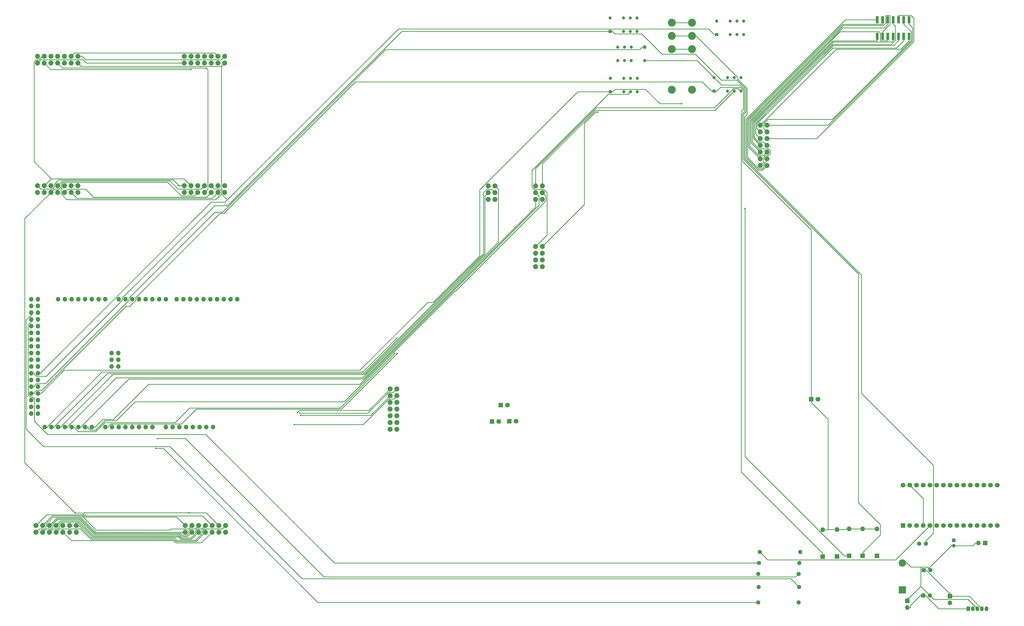
<source format=gbr>
G04 #@! TF.FileFunction,Copper,L1,Top,Signal*
%FSLAX46Y46*%
G04 Gerber Fmt 4.6, Leading zero omitted, Abs format (unit mm)*
G04 Created by KiCad (PCBNEW 4.0.6) date 02/21/20 12:53:56*
%MOMM*%
%LPD*%
G01*
G04 APERTURE LIST*
%ADD10C,0.100000*%
%ADD11C,1.879600*%
%ADD12R,1.600000X1.600000*%
%ADD13C,1.600000*%
%ADD14R,1.800000X1.800000*%
%ADD15C,1.800000*%
%ADD16O,1.800000X1.800000*%
%ADD17R,2.800000X2.800000*%
%ADD18O,2.800000X2.800000*%
%ADD19R,1.200000X1.200000*%
%ADD20C,1.200000*%
%ADD21O,1.727200X1.727200*%
%ADD22R,1.700000X1.700000*%
%ADD23O,1.700000X1.700000*%
%ADD24R,1.350000X1.350000*%
%ADD25O,1.350000X1.350000*%
%ADD26C,3.000000*%
%ADD27R,1.350000X1.800000*%
%ADD28O,1.350000X1.800000*%
%ADD29O,1.600000X1.600000*%
%ADD30R,1.000000X2.750000*%
%ADD31C,0.600000*%
%ADD32C,0.250000*%
G04 APERTURE END LIST*
D10*
D11*
X133400000Y-102400000D03*
X133400000Y-104940000D03*
X135940000Y-102400000D03*
X135940000Y-104940000D03*
X138480000Y-102400000D03*
X138480000Y-104940000D03*
X141020000Y-102400000D03*
X141020000Y-104940000D03*
X143560000Y-102400000D03*
X143560000Y-104940000D03*
X146100000Y-102400000D03*
X146100000Y-104940000D03*
X148640000Y-102400000D03*
X148640000Y-104940000D03*
X188800000Y-102400000D03*
X188800000Y-104940000D03*
X191340000Y-102400000D03*
X191340000Y-104940000D03*
X193880000Y-102400000D03*
X193880000Y-104940000D03*
X196420000Y-102400000D03*
X196420000Y-104940000D03*
X198960000Y-102400000D03*
X198960000Y-104940000D03*
X201500000Y-102400000D03*
X201500000Y-104940000D03*
X204040000Y-102400000D03*
X204040000Y-104940000D03*
X188800000Y-151200000D03*
X188800000Y-153740000D03*
X191340000Y-151200000D03*
X191340000Y-153740000D03*
X193880000Y-151200000D03*
X193880000Y-153740000D03*
X196420000Y-151200000D03*
X196420000Y-153740000D03*
X198960000Y-151200000D03*
X198960000Y-153740000D03*
X201500000Y-151200000D03*
X201500000Y-153740000D03*
X204040000Y-151200000D03*
X204040000Y-153740000D03*
X133400000Y-151200000D03*
X133400000Y-153740000D03*
X135940000Y-151200000D03*
X135940000Y-153740000D03*
X138480000Y-151200000D03*
X138480000Y-153740000D03*
X141020000Y-151200000D03*
X141020000Y-153740000D03*
X143560000Y-151200000D03*
X143560000Y-153740000D03*
X146100000Y-151200000D03*
X146100000Y-153740000D03*
X148640000Y-151200000D03*
X148640000Y-153740000D03*
X148100000Y-282000000D03*
X148100000Y-279460000D03*
X145560000Y-282000000D03*
X145560000Y-279460000D03*
X143020000Y-282000000D03*
X143020000Y-279460000D03*
X140480000Y-282000000D03*
X140480000Y-279460000D03*
X137940000Y-282000000D03*
X137940000Y-279460000D03*
X135400000Y-282000000D03*
X135400000Y-279460000D03*
X132860000Y-282000000D03*
X132860000Y-279460000D03*
X204343000Y-282000000D03*
X204343000Y-279460000D03*
X201803000Y-282000000D03*
X201803000Y-279460000D03*
X199263000Y-282000000D03*
X199263000Y-279460000D03*
X196723000Y-282000000D03*
X196723000Y-279460000D03*
X194183000Y-282000000D03*
X194183000Y-279460000D03*
X191643000Y-282000000D03*
X191643000Y-279460000D03*
X189103000Y-282000000D03*
X189103000Y-279460000D03*
X269000000Y-243200000D03*
X266460000Y-243200000D03*
X269000000Y-240660000D03*
X266460000Y-240660000D03*
X269000000Y-238120000D03*
X266460000Y-238120000D03*
X269000000Y-235580000D03*
X266460000Y-235580000D03*
X269000000Y-233040000D03*
X266460000Y-233040000D03*
X269000000Y-230500000D03*
X266460000Y-230500000D03*
X269000000Y-227960000D03*
X266460000Y-227960000D03*
X408600000Y-143600000D03*
X406060000Y-143600000D03*
X408600000Y-141060000D03*
X406060000Y-141060000D03*
X408600000Y-138520000D03*
X406060000Y-138520000D03*
X408600000Y-135980000D03*
X406060000Y-135980000D03*
X408600000Y-133440000D03*
X406060000Y-133440000D03*
X408600000Y-130900000D03*
X406060000Y-130900000D03*
X408600000Y-128360000D03*
X406060000Y-128360000D03*
X323800000Y-156400000D03*
X321260000Y-156400000D03*
X323800000Y-153860000D03*
X321260000Y-153860000D03*
X323800000Y-151320000D03*
X321260000Y-151320000D03*
X306000000Y-156400000D03*
X303460000Y-156400000D03*
X306000000Y-153860000D03*
X303460000Y-153860000D03*
X306000000Y-151320000D03*
X303460000Y-151320000D03*
X323800000Y-181800000D03*
X321260000Y-181800000D03*
X323800000Y-179260000D03*
X321260000Y-179260000D03*
X323800000Y-176720000D03*
X321260000Y-176720000D03*
X323800000Y-174180000D03*
X321260000Y-174180000D03*
D12*
X467538000Y-305918000D03*
D13*
X470038000Y-305918000D03*
D12*
X467716000Y-296316000D03*
D13*
X470216000Y-296316000D03*
D14*
X311404000Y-240132000D03*
D15*
X313944000Y-240132000D03*
D14*
X429616000Y-291236000D03*
D16*
X429616000Y-281076000D03*
D14*
X434975000Y-291186000D03*
D16*
X434975000Y-281026000D03*
D14*
X450113000Y-290957000D03*
D16*
X450113000Y-280797000D03*
D14*
X444627000Y-290957000D03*
D16*
X444627000Y-280797000D03*
D14*
X425298000Y-231800000D03*
D15*
X427838000Y-231800000D03*
D17*
X459613000Y-303809000D03*
D18*
X459613000Y-293649000D03*
D14*
X439598000Y-290957000D03*
D16*
X439598000Y-280797000D03*
D14*
X308153000Y-234061000D03*
D15*
X310693000Y-234061000D03*
D14*
X304902000Y-240208000D03*
D15*
X307442000Y-240208000D03*
D19*
X388622000Y-115519000D03*
D20*
X388622000Y-110439000D03*
X393702000Y-115519000D03*
X398782000Y-110439000D03*
X396242000Y-115519000D03*
X398782000Y-115519000D03*
X393702000Y-110439000D03*
X396242000Y-110439000D03*
D19*
X349455000Y-115748000D03*
D20*
X349455000Y-110668000D03*
X354535000Y-115748000D03*
X359615000Y-110668000D03*
X357075000Y-115748000D03*
X359615000Y-115748000D03*
X354535000Y-110668000D03*
X357075000Y-110668000D03*
D19*
X362431000Y-98882000D03*
D20*
X362431000Y-103962000D03*
X357351000Y-98882000D03*
X352271000Y-103962000D03*
X354811000Y-98882000D03*
X352271000Y-98882000D03*
X357351000Y-103962000D03*
X354811000Y-103962000D03*
D19*
X349404000Y-92964000D03*
D20*
X349404000Y-87884000D03*
X354484000Y-92964000D03*
X359564000Y-87884000D03*
X357024000Y-92964000D03*
X359564000Y-92964000D03*
X354484000Y-87884000D03*
X357024000Y-87884000D03*
D19*
X389638000Y-94183200D03*
D20*
X389638000Y-89103200D03*
X394718000Y-94183200D03*
X399798000Y-89103200D03*
X397258000Y-94183200D03*
X399798000Y-94183200D03*
X394718000Y-89103200D03*
X397258000Y-89103200D03*
D21*
X163932000Y-219456000D03*
X161392000Y-219456000D03*
X161392000Y-216916000D03*
X163932000Y-216916000D03*
X161392000Y-214376000D03*
X176759000Y-242316000D03*
X181839000Y-242316000D03*
X184379000Y-242316000D03*
X186919000Y-242316000D03*
X189459000Y-242316000D03*
X191999000Y-242316000D03*
X194539000Y-242316000D03*
X197079000Y-242316000D03*
X141199000Y-194056000D03*
X143739000Y-194056000D03*
X146279000Y-194056000D03*
X148819000Y-194056000D03*
X151359000Y-194056000D03*
X153899000Y-194056000D03*
X156439000Y-194056000D03*
X158979000Y-194056000D03*
X164059000Y-194056000D03*
X166599000Y-194056000D03*
X169139000Y-194056000D03*
X171679000Y-194056000D03*
X174219000Y-194056000D03*
X176759000Y-194056000D03*
X179299000Y-194056000D03*
X181839000Y-194056000D03*
X201143000Y-194056000D03*
X185903000Y-194056000D03*
X188443000Y-194056000D03*
X190983000Y-194056000D03*
X208763000Y-194056000D03*
X206223000Y-194056000D03*
X203683000Y-194056000D03*
X198603000Y-194056000D03*
X196063000Y-194056000D03*
X193523000Y-194056000D03*
X199619000Y-242316000D03*
X174219000Y-242316000D03*
X171679000Y-242316000D03*
X169139000Y-242316000D03*
X166599000Y-242316000D03*
X164059000Y-242316000D03*
X161519000Y-242316000D03*
X158979000Y-242316000D03*
X153899000Y-242316000D03*
X151359000Y-242316000D03*
X148819000Y-242316000D03*
X146279000Y-242316000D03*
X143739000Y-242316000D03*
X141199000Y-242316000D03*
X138659000Y-242316000D03*
X136119000Y-242316000D03*
X133579000Y-194056000D03*
X131039000Y-194056000D03*
X133579000Y-196596000D03*
X131039000Y-196596000D03*
X133579000Y-199136000D03*
X131039000Y-199136000D03*
X133579000Y-201676000D03*
X131039000Y-201676000D03*
X133579000Y-204216000D03*
X131039000Y-204216000D03*
X133579000Y-206756000D03*
X131039000Y-206756000D03*
X133579000Y-209296000D03*
X131039000Y-209296000D03*
X133579000Y-211836000D03*
X131039000Y-211836000D03*
X133579000Y-214376000D03*
X131039000Y-214376000D03*
X133579000Y-216916000D03*
X131039000Y-216916000D03*
X133579000Y-219456000D03*
X131039000Y-219456000D03*
X133579000Y-221996000D03*
X131039000Y-221996000D03*
X133579000Y-224536000D03*
X131039000Y-224536000D03*
X133579000Y-227076000D03*
X131039000Y-227076000D03*
X133579000Y-229616000D03*
X131039000Y-229616000D03*
X133579000Y-232156000D03*
X131039000Y-232156000D03*
X133579000Y-234696000D03*
X131039000Y-234696000D03*
X133579000Y-237236000D03*
X131039000Y-237236000D03*
X163932000Y-214376000D03*
D22*
X477596000Y-306172000D03*
D23*
X477596000Y-308712000D03*
D14*
X459892000Y-279476000D03*
D15*
X462432000Y-279476000D03*
X464972000Y-279476000D03*
X467512000Y-279476000D03*
X470052000Y-279476000D03*
X472592000Y-279476000D03*
X475132000Y-279476000D03*
X477672000Y-279476000D03*
X480212000Y-279476000D03*
X482752000Y-279476000D03*
X485292000Y-279476000D03*
X487832000Y-279476000D03*
X490372000Y-279476000D03*
X492912000Y-279476000D03*
X495452000Y-279476000D03*
X495452000Y-264236000D03*
X492912000Y-264236000D03*
X490372000Y-264236000D03*
X487832000Y-264236000D03*
X485292000Y-264236000D03*
X482752000Y-264236000D03*
X480212000Y-264236000D03*
X477672000Y-264236000D03*
X475132000Y-264236000D03*
X472592000Y-264236000D03*
X470052000Y-264236000D03*
X467512000Y-264236000D03*
X464972000Y-264236000D03*
X462432000Y-264236000D03*
X459892000Y-264236000D03*
D24*
X479069000Y-285090000D03*
D25*
X479069000Y-287090000D03*
D26*
X372720000Y-115011000D03*
X380340000Y-115011000D03*
X372720000Y-94691000D03*
X380340000Y-89691000D03*
X380340000Y-99691000D03*
X372720000Y-99691000D03*
X380340000Y-94691000D03*
X372720000Y-89691000D03*
D27*
X484556000Y-310896000D03*
D28*
X486256000Y-310896000D03*
X487956000Y-310896000D03*
X489656000Y-310896000D03*
X491356000Y-310896000D03*
D22*
X490880000Y-286131000D03*
D23*
X488340000Y-286131000D03*
D13*
X465988000Y-286334000D03*
D29*
X468528000Y-286334000D03*
D22*
X461518000Y-307950000D03*
D23*
X461518000Y-310490000D03*
D30*
X450184000Y-88543600D03*
X450184000Y-94793600D03*
X452184000Y-88543600D03*
X452184000Y-94793600D03*
X454184000Y-88543600D03*
X454184000Y-94793600D03*
X456184000Y-88543600D03*
X456184000Y-94793600D03*
X458184000Y-88543600D03*
X458184000Y-94793600D03*
X460184000Y-88543600D03*
X460184000Y-94793600D03*
X462184000Y-88543600D03*
X462184000Y-94793600D03*
D13*
X405308000Y-308559000D03*
D29*
X420548000Y-308559000D03*
D13*
X405587000Y-293649000D03*
D29*
X420827000Y-293649000D03*
D13*
X405867000Y-289458000D03*
D29*
X421107000Y-289458000D03*
D13*
X420675000Y-302692000D03*
D29*
X405435000Y-302692000D03*
D13*
X420548000Y-297739000D03*
D29*
X405308000Y-297739000D03*
D31*
X376444300Y-120268200D03*
X400280000Y-159846200D03*
X186809300Y-151188900D03*
X191340000Y-107365800D03*
X190547400Y-274658600D03*
X151193400Y-274678100D03*
X147575800Y-274760000D03*
X197055000Y-106845000D03*
X204636600Y-156068600D03*
X230353500Y-241414000D03*
X232660900Y-237919000D03*
X232279000Y-237034800D03*
X231451300Y-236779300D03*
X269045300Y-214555100D03*
X268857100Y-208783100D03*
X268226000Y-214476200D03*
X344748300Y-123488400D03*
X178742500Y-246678200D03*
X178028200Y-250345000D03*
D32*
X462693300Y-309637400D02*
X462693300Y-310490000D01*
X466412700Y-305918000D02*
X462693300Y-309637400D01*
X467538000Y-305918000D02*
X466412700Y-305918000D01*
X461518000Y-310490000D02*
X462693300Y-310490000D01*
X468663300Y-306199300D02*
X468663300Y-305918000D01*
X473360000Y-310896000D02*
X468663300Y-306199300D01*
X484556000Y-310896000D02*
X473360000Y-310896000D01*
X467538000Y-305918000D02*
X468663300Y-305918000D01*
X488340000Y-286131000D02*
X487164700Y-286131000D01*
X444627000Y-280797000D02*
X439598000Y-280797000D01*
X450113000Y-280797000D02*
X444627000Y-280797000D01*
X438143700Y-281026000D02*
X438372700Y-280797000D01*
X434975000Y-281026000D02*
X438143700Y-281026000D01*
X439598000Y-280797000D02*
X438372700Y-280797000D01*
X484407400Y-307347400D02*
X487956000Y-310896000D01*
X471467400Y-307347400D02*
X484407400Y-307347400D01*
X470038000Y-305918000D02*
X471467400Y-307347400D01*
X459613000Y-293649000D02*
X461338300Y-293649000D01*
X461518000Y-307950000D02*
X461518000Y-306774700D01*
X462286500Y-306774700D02*
X461518000Y-306774700D01*
X466590600Y-302470600D02*
X462286500Y-306774700D01*
X466590600Y-302470600D02*
X470038000Y-305918000D01*
X425298000Y-231800000D02*
X425298000Y-230574700D01*
X434975000Y-281026000D02*
X433749700Y-281026000D01*
X425298000Y-231800000D02*
X425298000Y-233025300D01*
X431657900Y-281026000D02*
X433749700Y-281026000D01*
X431607900Y-281076000D02*
X431657900Y-281026000D01*
X429616000Y-281076000D02*
X431607900Y-281076000D01*
X431657900Y-239385200D02*
X425298000Y-233025300D01*
X431657900Y-281026000D02*
X431657900Y-239385200D01*
X382145000Y-103962000D02*
X388622000Y-110439000D01*
X362431000Y-103962000D02*
X382145000Y-103962000D01*
X425297900Y-230574700D02*
X425298000Y-230574700D01*
X425297900Y-167928600D02*
X425297900Y-230574700D01*
X399313300Y-141944000D02*
X425297900Y-167928600D01*
X399313300Y-124060800D02*
X399313300Y-141944000D01*
X400157700Y-123216400D02*
X399313300Y-124060800D01*
X400157700Y-114945100D02*
X400157700Y-123216400D01*
X398447800Y-113235200D02*
X400157700Y-114945100D01*
X391418200Y-113235200D02*
X398447800Y-113235200D01*
X388622000Y-110439000D02*
X391418200Y-113235200D01*
X467512000Y-269316000D02*
X467512000Y-279476000D01*
X462432000Y-264236000D02*
X467512000Y-269316000D01*
X466590600Y-295186300D02*
X466590600Y-302470600D01*
X462875600Y-295186300D02*
X466590600Y-295186300D01*
X461338300Y-293649000D02*
X462875600Y-295186300D01*
X486205700Y-287090000D02*
X479069000Y-287090000D01*
X487164700Y-286131000D02*
X486205700Y-287090000D01*
X479069000Y-287090000D02*
X478068700Y-287090000D01*
X478068700Y-287090000D02*
X469529400Y-295629300D01*
X469086300Y-295186300D02*
X469529400Y-295629300D01*
X466590600Y-295186300D02*
X469086300Y-295186300D01*
X469529400Y-295629300D02*
X470216000Y-296316000D01*
X484932000Y-306172000D02*
X477596000Y-306172000D01*
X489656000Y-310896000D02*
X484932000Y-306172000D01*
X477246700Y-304996700D02*
X477596000Y-304996700D01*
X468841300Y-296591300D02*
X477246700Y-304996700D01*
X468841300Y-296316000D02*
X468841300Y-296591300D01*
X467716000Y-296316000D02*
X468841300Y-296316000D01*
X477596000Y-306172000D02*
X477596000Y-304996700D01*
X372720000Y-94691000D02*
X380340000Y-94691000D01*
X468528000Y-286334000D02*
X468528000Y-285208700D01*
X381844500Y-94691000D02*
X380340000Y-94691000D01*
X397512000Y-110358500D02*
X381844500Y-94691000D01*
X397512000Y-110897400D02*
X397512000Y-110358500D01*
X401072200Y-114457600D02*
X397512000Y-110897400D01*
X401072200Y-124388000D02*
X401072200Y-114457600D01*
X400250900Y-125209300D02*
X401072200Y-124388000D01*
X400250900Y-140970900D02*
X400250900Y-125209300D01*
X444253800Y-184973800D02*
X400250900Y-140970900D01*
X444253800Y-229662100D02*
X444253800Y-184973800D01*
X471322000Y-256730300D02*
X444253800Y-229662100D01*
X471322000Y-282414700D02*
X471322000Y-256730300D01*
X468528000Y-285208700D02*
X471322000Y-282414700D01*
X384213600Y-112035900D02*
X387696700Y-115519000D01*
X253346700Y-112035900D02*
X384213600Y-112035900D01*
X203719400Y-161663200D02*
X253346700Y-112035900D01*
X202298300Y-161663200D02*
X203719400Y-161663200D01*
X170409000Y-193552500D02*
X202298300Y-161663200D01*
X170409000Y-194486000D02*
X170409000Y-193552500D01*
X168151800Y-196743200D02*
X170409000Y-194486000D01*
X166795800Y-196743200D02*
X168151800Y-196743200D01*
X135111900Y-228427100D02*
X166795800Y-196743200D01*
X133045200Y-228427100D02*
X135111900Y-228427100D01*
X132227900Y-229244400D02*
X133045200Y-228427100D01*
X132227900Y-229616000D02*
X132227900Y-229244400D01*
X131039000Y-229616000D02*
X132227900Y-229616000D01*
X388159400Y-115519000D02*
X387696700Y-115519000D01*
X388159400Y-115519000D02*
X388622000Y-115519000D01*
X388622000Y-115519000D02*
X389547300Y-115519000D01*
X429616000Y-291236000D02*
X429616000Y-290010700D01*
X398862900Y-259257600D02*
X429616000Y-290010700D01*
X398862900Y-123231000D02*
X398862900Y-259257600D01*
X399707300Y-122386600D02*
X398862900Y-123231000D01*
X399707300Y-115135400D02*
X399707300Y-122386600D01*
X398690200Y-114118300D02*
X399707300Y-115135400D01*
X390948000Y-114118300D02*
X398690200Y-114118300D01*
X389547300Y-115519000D02*
X390948000Y-114118300D01*
X360580400Y-99807300D02*
X361505700Y-98882000D01*
X264624800Y-99807300D02*
X360580400Y-99807300D01*
X203219300Y-161212800D02*
X264624800Y-99807300D01*
X200280300Y-161212800D02*
X203219300Y-161212800D01*
X167869000Y-193624100D02*
X200280300Y-161212800D01*
X167869000Y-194467500D02*
X167869000Y-193624100D01*
X136449400Y-225887100D02*
X167869000Y-194467500D01*
X133045200Y-225887100D02*
X136449400Y-225887100D01*
X132227900Y-226704400D02*
X133045200Y-225887100D01*
X132227900Y-227076000D02*
X132227900Y-226704400D01*
X131039000Y-227076000D02*
X132227900Y-227076000D01*
X362431000Y-98882000D02*
X361505700Y-98882000D01*
X133579000Y-229616000D02*
X134767900Y-229616000D01*
X337180900Y-115748000D02*
X349455000Y-115748000D01*
X300179100Y-152749800D02*
X337180900Y-115748000D01*
X300179100Y-177709100D02*
X300179100Y-152749800D01*
X282679500Y-195208700D02*
X300179100Y-177709100D01*
X280624800Y-195208700D02*
X282679500Y-195208700D01*
X254977600Y-220855900D02*
X280624800Y-195208700D01*
X143528000Y-220855900D02*
X254977600Y-220855900D01*
X134767900Y-229616000D02*
X143528000Y-220855900D01*
X368229700Y-120268200D02*
X376444300Y-120268200D01*
X362736000Y-114774500D02*
X368229700Y-120268200D01*
X351353800Y-114774500D02*
X362736000Y-114774500D01*
X350380300Y-115748000D02*
X351353800Y-114774500D01*
X349455000Y-115748000D02*
X350380300Y-115748000D01*
X131039000Y-221996000D02*
X132227900Y-221996000D01*
X270831200Y-92964000D02*
X349404000Y-92964000D01*
X205070800Y-158724400D02*
X270831200Y-92964000D01*
X200188300Y-158724400D02*
X205070800Y-158724400D01*
X165329000Y-193583700D02*
X200188300Y-158724400D01*
X165329000Y-194505800D02*
X165329000Y-193583700D01*
X136648200Y-223186600D02*
X165329000Y-194505800D01*
X133047000Y-223186600D02*
X136648200Y-223186600D01*
X132227900Y-222367500D02*
X133047000Y-223186600D01*
X132227900Y-221996000D02*
X132227900Y-222367500D01*
X451368300Y-282990400D02*
X444627000Y-289731700D01*
X451368300Y-279146000D02*
X451368300Y-282990400D01*
X443044000Y-270821700D02*
X451368300Y-279146000D01*
X443044000Y-184493900D02*
X443044000Y-270821700D01*
X399800500Y-141250400D02*
X443044000Y-184493900D01*
X399800500Y-124210500D02*
X399800500Y-141250400D01*
X400608100Y-123402900D02*
X399800500Y-124210500D01*
X400608100Y-114724500D02*
X400608100Y-123402900D01*
X397248000Y-111364400D02*
X400608100Y-114724500D01*
X391321200Y-111364400D02*
X397248000Y-111364400D01*
X381473200Y-101516400D02*
X391321200Y-111364400D01*
X369010100Y-101516400D02*
X381473200Y-101516400D01*
X361383000Y-93889300D02*
X369010100Y-101516400D01*
X351254600Y-93889300D02*
X361383000Y-93889300D01*
X350329300Y-92964000D02*
X351254600Y-93889300D01*
X349404000Y-92964000D02*
X350329300Y-92964000D01*
X444627000Y-290957000D02*
X444627000Y-289731700D01*
X386551800Y-92022300D02*
X388712700Y-94183200D01*
X269574400Y-92022300D02*
X386551800Y-92022300D01*
X204163900Y-157432800D02*
X269574400Y-92022300D01*
X198959600Y-157432800D02*
X204163900Y-157432800D01*
X134767900Y-221624500D02*
X198959600Y-157432800D01*
X134767900Y-221996000D02*
X134767900Y-221624500D01*
X133579000Y-221996000D02*
X134767900Y-221996000D01*
X389638000Y-94183200D02*
X388712700Y-94183200D01*
X437760300Y-290957000D02*
X439598000Y-290957000D01*
X400280000Y-253476700D02*
X437760300Y-290957000D01*
X400280000Y-159846200D02*
X400280000Y-253476700D01*
X188788900Y-151188900D02*
X186809300Y-151188900D01*
X188800000Y-151200000D02*
X188788900Y-151188900D01*
X134670000Y-152470000D02*
X133400000Y-151200000D01*
X139038700Y-152470000D02*
X134670000Y-152470000D01*
X139750000Y-151758700D02*
X139038700Y-152470000D01*
X139750000Y-150642800D02*
X139750000Y-151758700D01*
X141378900Y-149013900D02*
X139750000Y-150642800D01*
X184634300Y-149013900D02*
X141378900Y-149013900D01*
X186809300Y-151188900D02*
X184634300Y-149013900D01*
X151866800Y-104940000D02*
X188800000Y-104940000D01*
X150596800Y-103670000D02*
X151866800Y-104940000D01*
X134670000Y-103670000D02*
X150596800Y-103670000D01*
X133400000Y-104940000D02*
X134670000Y-103670000D01*
X203073000Y-280730000D02*
X204343000Y-279460000D01*
X196146800Y-280730000D02*
X203073000Y-280730000D01*
X195453000Y-281423800D02*
X196146800Y-280730000D01*
X195453000Y-282554000D02*
X195453000Y-281423800D01*
X192912800Y-285094200D02*
X195453000Y-282554000D01*
X186042700Y-285094200D02*
X192912800Y-285094200D01*
X185207900Y-284259400D02*
X186042700Y-285094200D01*
X153886400Y-284259400D02*
X185207900Y-284259400D01*
X149087000Y-279460000D02*
X153886400Y-284259400D01*
X148100000Y-279460000D02*
X149087000Y-279460000D01*
X135246200Y-102400000D02*
X135940000Y-102400000D01*
X133976200Y-103670000D02*
X135246200Y-102400000D01*
X132832400Y-103670000D02*
X133976200Y-103670000D01*
X132121000Y-104381400D02*
X132832400Y-103670000D01*
X132121000Y-142108200D02*
X132121000Y-104381400D01*
X138576400Y-148563600D02*
X132121000Y-142108200D01*
X188703600Y-148563600D02*
X138576400Y-148563600D01*
X191340000Y-151200000D02*
X188703600Y-148563600D01*
X138576400Y-148563600D02*
X135940000Y-151200000D01*
X138365800Y-107365800D02*
X191340000Y-107365800D01*
X135940000Y-104940000D02*
X138365800Y-107365800D01*
X190527900Y-274678100D02*
X190547400Y-274658600D01*
X151193400Y-274678100D02*
X190527900Y-274678100D01*
X197001600Y-274658600D02*
X201803000Y-279460000D01*
X190547400Y-274658600D02*
X197001600Y-274658600D01*
X195268200Y-285994800D02*
X199263000Y-282000000D01*
X185669500Y-285994800D02*
X195268200Y-285994800D01*
X184843400Y-285168700D02*
X185669500Y-285994800D01*
X146188700Y-285168700D02*
X184843400Y-285168700D01*
X143020000Y-282000000D02*
X146188700Y-285168700D01*
X192566800Y-155053200D02*
X193880000Y-153740000D01*
X187712100Y-155053200D02*
X192566800Y-155053200D01*
X182573400Y-149914500D02*
X187712100Y-155053200D01*
X142994300Y-149914500D02*
X182573400Y-149914500D01*
X142285100Y-150623700D02*
X142994300Y-149914500D01*
X142285100Y-151771700D02*
X142285100Y-150623700D01*
X141582000Y-152474800D02*
X142285100Y-151771700D01*
X139745200Y-152474800D02*
X141582000Y-152474800D01*
X138480000Y-153740000D02*
X139745200Y-152474800D01*
X195638800Y-275835800D02*
X199263000Y-279460000D01*
X151424600Y-275835800D02*
X195638800Y-275835800D01*
X150348800Y-274760000D02*
X151424600Y-275835800D01*
X147575800Y-274760000D02*
X150348800Y-274760000D01*
X128609400Y-255793600D02*
X147575800Y-274760000D01*
X128609400Y-163610600D02*
X128609400Y-255793600D01*
X138480000Y-153740000D02*
X128609400Y-163610600D01*
X142755800Y-149464200D02*
X141020000Y-151200000D01*
X183435400Y-149464200D02*
X142755800Y-149464200D01*
X186441000Y-152469800D02*
X183435400Y-149464200D01*
X195150200Y-152469800D02*
X186441000Y-152469800D01*
X196420000Y-151200000D02*
X195150200Y-152469800D01*
X193178500Y-285544500D02*
X196723000Y-282000000D01*
X185856100Y-285544500D02*
X193178500Y-285544500D01*
X185021300Y-284709700D02*
X185856100Y-285544500D01*
X153699800Y-284709700D02*
X185021300Y-284709700D01*
X149720100Y-280730000D02*
X153699800Y-284709700D01*
X141750000Y-280730000D02*
X149720100Y-280730000D01*
X140480000Y-282000000D02*
X141750000Y-280730000D01*
X196950500Y-106740500D02*
X197055000Y-106845000D01*
X142820500Y-106740500D02*
X196950500Y-106740500D01*
X141020000Y-104940000D02*
X142820500Y-106740500D01*
X197690000Y-152470000D02*
X196420000Y-153740000D01*
X197690000Y-107480000D02*
X197690000Y-152470000D01*
X197055000Y-106845000D02*
X197690000Y-107480000D01*
X195453000Y-280730000D02*
X196723000Y-279460000D01*
X193606800Y-280730000D02*
X195453000Y-280730000D01*
X192913000Y-281423800D02*
X193606800Y-280730000D01*
X192913000Y-282530100D02*
X192913000Y-281423800D01*
X191249500Y-284193600D02*
X192913000Y-282530100D01*
X187689700Y-284193600D02*
X191249500Y-284193600D01*
X186854800Y-283358700D02*
X187689700Y-284193600D01*
X154562600Y-283358700D02*
X186854800Y-283358700D01*
X148909100Y-277705200D02*
X154562600Y-283358700D01*
X142234800Y-277705200D02*
X148909100Y-277705200D01*
X140480000Y-279460000D02*
X142234800Y-277705200D01*
X191539100Y-284643900D02*
X194183000Y-282000000D01*
X187503100Y-284643900D02*
X191539100Y-284643900D01*
X186668300Y-283809100D02*
X187503100Y-284643900D01*
X154281600Y-283809100D02*
X186668300Y-283809100D01*
X148662200Y-278189700D02*
X154281600Y-283809100D01*
X142459200Y-278189700D02*
X148662200Y-278189700D01*
X141750000Y-278898900D02*
X142459200Y-278189700D01*
X141750000Y-280021100D02*
X141750000Y-278898900D01*
X141041100Y-280730000D02*
X141750000Y-280021100D01*
X139210000Y-280730000D02*
X141041100Y-280730000D01*
X137940000Y-282000000D02*
X139210000Y-280730000D01*
X204509900Y-156068600D02*
X202770000Y-154328700D01*
X204636600Y-156068600D02*
X204509900Y-156068600D01*
X202770000Y-153163800D02*
X202770000Y-154328700D01*
X202076200Y-152470000D02*
X202770000Y-153163800D01*
X200230000Y-152470000D02*
X202076200Y-152470000D01*
X198960000Y-151200000D02*
X200230000Y-152470000D01*
X142290000Y-152470000D02*
X143560000Y-151200000D01*
X142290000Y-154311200D02*
X142290000Y-152470000D01*
X144418100Y-156439300D02*
X142290000Y-154311200D01*
X200659400Y-156439300D02*
X144418100Y-156439300D01*
X202770000Y-154328700D02*
X200659400Y-156439300D01*
X140612300Y-276787700D02*
X137940000Y-279460000D01*
X149516400Y-276787700D02*
X140612300Y-276787700D01*
X155186700Y-282458000D02*
X149516400Y-276787700D01*
X187453200Y-282458000D02*
X155186700Y-282458000D01*
X188288200Y-283293000D02*
X187453200Y-282458000D01*
X189610400Y-283293000D02*
X188288200Y-283293000D01*
X190373000Y-282530400D02*
X189610400Y-283293000D01*
X190373000Y-281423800D02*
X190373000Y-282530400D01*
X191066800Y-280730000D02*
X190373000Y-281423800D01*
X192913000Y-280730000D02*
X191066800Y-280730000D01*
X194183000Y-279460000D02*
X192913000Y-280730000D01*
X144830000Y-152470000D02*
X143560000Y-153740000D01*
X151511300Y-152470000D02*
X144830000Y-152470000D01*
X154579900Y-155538600D02*
X151511300Y-152470000D01*
X197161400Y-155538600D02*
X154579900Y-155538600D01*
X198960000Y-153740000D02*
X197161400Y-155538600D01*
X147365200Y-101134800D02*
X146100000Y-102400000D01*
X200234800Y-101134800D02*
X147365200Y-101134800D01*
X201500000Y-102400000D02*
X200234800Y-101134800D01*
X189899700Y-283743300D02*
X191643000Y-282000000D01*
X187876300Y-283743300D02*
X189899700Y-283743300D01*
X187041300Y-282908300D02*
X187876300Y-283743300D01*
X154925100Y-282908300D02*
X187041300Y-282908300D01*
X149262300Y-277245500D02*
X154925100Y-282908300D01*
X140863400Y-277245500D02*
X149262300Y-277245500D01*
X139210000Y-278898900D02*
X140863400Y-277245500D01*
X139210000Y-280021100D02*
X139210000Y-278898900D01*
X138501100Y-280730000D02*
X139210000Y-280021100D01*
X136670000Y-280730000D02*
X138501100Y-280730000D01*
X135400000Y-282000000D02*
X136670000Y-280730000D01*
X256296800Y-241414000D02*
X230353500Y-241414000D01*
X265945600Y-231765200D02*
X256296800Y-241414000D01*
X267734800Y-231765200D02*
X265945600Y-231765200D01*
X269000000Y-230500000D02*
X267734800Y-231765200D01*
X190373100Y-280729900D02*
X191643000Y-279460000D01*
X183828200Y-280729900D02*
X190373100Y-280729900D01*
X183356700Y-281201400D02*
X183828200Y-280729900D01*
X155516400Y-281201400D02*
X183356700Y-281201400D01*
X150202100Y-275887100D02*
X155516400Y-281201400D01*
X138972900Y-275887100D02*
X150202100Y-275887100D01*
X135400000Y-279460000D02*
X138972900Y-275887100D01*
X148349000Y-155989000D02*
X146100000Y-153740000D01*
X199251000Y-155989000D02*
X148349000Y-155989000D01*
X201500000Y-153740000D02*
X199251000Y-155989000D01*
X259041000Y-237919000D02*
X232660900Y-237919000D01*
X266460000Y-230500000D02*
X259041000Y-237919000D01*
X150276000Y-102400000D02*
X148640000Y-102400000D01*
X151546000Y-103670000D02*
X150276000Y-102400000D01*
X202770000Y-103670000D02*
X151546000Y-103670000D01*
X204040000Y-102400000D02*
X202770000Y-103670000D01*
X134130000Y-280730000D02*
X132860000Y-282000000D01*
X135961100Y-280730000D02*
X134130000Y-280730000D01*
X136670000Y-280021100D02*
X135961100Y-280730000D01*
X136670000Y-278898900D02*
X136670000Y-280021100D01*
X139231500Y-276337400D02*
X136670000Y-278898900D01*
X149728900Y-276337400D02*
X139231500Y-276337400D01*
X155391500Y-282000000D02*
X149728900Y-276337400D01*
X189103000Y-282000000D02*
X155391500Y-282000000D01*
X258022100Y-237034800D02*
X232279000Y-237034800D01*
X265831700Y-229225200D02*
X258022100Y-237034800D01*
X267734800Y-229225200D02*
X265831700Y-229225200D01*
X269000000Y-227960000D02*
X267734800Y-229225200D01*
X202774800Y-152474800D02*
X202774800Y-106205200D01*
X204040000Y-153740000D02*
X202774800Y-152474800D01*
X204040000Y-104940000D02*
X202774800Y-106205200D01*
X149905200Y-106205200D02*
X148640000Y-104940000D01*
X202774800Y-106205200D02*
X149905200Y-106205200D01*
X185929100Y-276286100D02*
X189103000Y-279460000D01*
X151238000Y-276286100D02*
X185929100Y-276286100D01*
X150388700Y-275436800D02*
X151238000Y-276286100D01*
X136883200Y-275436800D02*
X150388700Y-275436800D01*
X132860000Y-279460000D02*
X136883200Y-275436800D01*
X232209200Y-236021400D02*
X231451300Y-236779300D01*
X258398600Y-236021400D02*
X232209200Y-236021400D01*
X266460000Y-227960000D02*
X258398600Y-236021400D01*
X438149300Y-88543600D02*
X450184000Y-88543600D01*
X400701300Y-125991600D02*
X438149300Y-88543600D01*
X400701300Y-140690200D02*
X400701300Y-125991600D01*
X405366800Y-145355700D02*
X400701300Y-140690200D01*
X406844300Y-145355700D02*
X405366800Y-145355700D01*
X408600000Y-143600000D02*
X406844300Y-145355700D01*
X450184000Y-94793600D02*
X450184000Y-96493900D01*
X433492500Y-96493900D02*
X450184000Y-96493900D01*
X402972400Y-127014000D02*
X433492500Y-96493900D01*
X402972400Y-134684700D02*
X402972400Y-127014000D01*
X405537700Y-137250000D02*
X402972400Y-134684700D01*
X409158700Y-137250000D02*
X405537700Y-137250000D01*
X409875200Y-137966500D02*
X409158700Y-137250000D01*
X409875200Y-139035700D02*
X409875200Y-137966500D01*
X409120900Y-139790000D02*
X409875200Y-139035700D01*
X408023800Y-139790000D02*
X409120900Y-139790000D01*
X407330000Y-140483800D02*
X408023800Y-139790000D01*
X407330000Y-142330000D02*
X407330000Y-140483800D01*
X406060000Y-143600000D02*
X407330000Y-142330000D01*
X452184000Y-88543600D02*
X452184000Y-90243900D01*
X437164700Y-90243900D02*
X452184000Y-90243900D01*
X401151700Y-126256900D02*
X437164700Y-90243900D01*
X401151700Y-140481500D02*
X401151700Y-126256900D01*
X405570400Y-144900200D02*
X401151700Y-140481500D01*
X406634200Y-144900200D02*
X405570400Y-144900200D01*
X407330000Y-144204400D02*
X406634200Y-144900200D01*
X407330000Y-143023800D02*
X407330000Y-144204400D01*
X408600000Y-141753800D02*
X407330000Y-143023800D01*
X408600000Y-141060000D02*
X408600000Y-141753800D01*
X452184000Y-94793600D02*
X452184000Y-93093300D01*
X455009400Y-90267900D02*
X452184000Y-93093300D01*
X455009400Y-87021400D02*
X455009400Y-90267900D01*
X454831200Y-86843200D02*
X455009400Y-87021400D01*
X453542700Y-86843200D02*
X454831200Y-86843200D01*
X453358600Y-87027300D02*
X453542700Y-86843200D01*
X453358600Y-89784200D02*
X453358600Y-87027300D01*
X452448600Y-90694200D02*
X453358600Y-89784200D01*
X437351500Y-90694200D02*
X452448600Y-90694200D01*
X401602000Y-126443700D02*
X437351500Y-90694200D01*
X401602000Y-136602000D02*
X401602000Y-126443700D01*
X406060000Y-141060000D02*
X401602000Y-136602000D01*
X454184000Y-88543600D02*
X454184000Y-90243900D01*
X452833100Y-91594800D02*
X454184000Y-90243900D01*
X437087800Y-91594800D02*
X452833100Y-91594800D01*
X402052300Y-126630300D02*
X437087800Y-91594800D01*
X402052300Y-136323200D02*
X402052300Y-126630300D01*
X405519100Y-139790000D02*
X402052300Y-136323200D01*
X407330000Y-139790000D02*
X405519100Y-139790000D01*
X408600000Y-138520000D02*
X407330000Y-139790000D01*
X402522000Y-134982000D02*
X406060000Y-138520000D01*
X402522000Y-126797500D02*
X402522000Y-134982000D01*
X436226300Y-93093200D02*
X402522000Y-126797500D01*
X450831800Y-93093200D02*
X436226300Y-93093200D01*
X451358700Y-93620100D02*
X450831800Y-93093200D01*
X451358700Y-96303400D02*
X451358700Y-93620100D01*
X451549200Y-96493900D02*
X451358700Y-96303400D01*
X454184000Y-96493900D02*
X451549200Y-96493900D01*
X454184000Y-94793600D02*
X454184000Y-96493900D01*
X456184000Y-88543600D02*
X456184000Y-90243900D01*
X457009300Y-91069200D02*
X456184000Y-90243900D01*
X457009300Y-96305600D02*
X457009300Y-91069200D01*
X455470000Y-97844900D02*
X457009300Y-96305600D01*
X433417500Y-97844900D02*
X455470000Y-97844900D01*
X403873300Y-127389100D02*
X433417500Y-97844900D01*
X403873300Y-133084400D02*
X403873300Y-127389100D01*
X405498900Y-134710000D02*
X403873300Y-133084400D01*
X407330000Y-134710000D02*
X405498900Y-134710000D01*
X408600000Y-135980000D02*
X407330000Y-134710000D01*
X456184000Y-94793600D02*
X456184000Y-96493900D01*
X455733600Y-96944300D02*
X456184000Y-96493900D01*
X433679000Y-96944300D02*
X455733600Y-96944300D01*
X403422900Y-127200400D02*
X433679000Y-96944300D01*
X403422900Y-133342900D02*
X403422900Y-127200400D01*
X406060000Y-135980000D02*
X403422900Y-133342900D01*
X458184000Y-88543600D02*
X458184000Y-86843300D01*
X427285000Y-133440000D02*
X408600000Y-133440000D01*
X463940600Y-96784400D02*
X427285000Y-133440000D01*
X463940600Y-87947400D02*
X463940600Y-96784400D01*
X462836500Y-86843300D02*
X463940600Y-87947400D01*
X458184000Y-86843300D02*
X462836500Y-86843300D01*
X458184000Y-94793600D02*
X458184000Y-96493900D01*
X456382600Y-98295300D02*
X458184000Y-96493900D01*
X433604100Y-98295300D02*
X456382600Y-98295300D01*
X404329600Y-127569800D02*
X433604100Y-98295300D01*
X404329600Y-131709600D02*
X404329600Y-127569800D01*
X406060000Y-133440000D02*
X404329600Y-131709600D01*
X407330000Y-129630000D02*
X408600000Y-130900000D01*
X407330000Y-127798900D02*
X407330000Y-129630000D01*
X408958400Y-126170500D02*
X407330000Y-127798900D01*
X433206100Y-126170500D02*
X408958400Y-126170500D01*
X463009300Y-96367300D02*
X433206100Y-126170500D01*
X463009300Y-93069200D02*
X463009300Y-96367300D01*
X460184000Y-90243900D02*
X463009300Y-93069200D01*
X460184000Y-88543600D02*
X460184000Y-90243900D01*
X460184000Y-94793600D02*
X460184000Y-96493900D01*
X457482200Y-99195700D02*
X460184000Y-96493900D01*
X433391500Y-99195700D02*
X457482200Y-99195700D01*
X404785200Y-127802000D02*
X433391500Y-99195700D01*
X404785200Y-129625200D02*
X404785200Y-127802000D01*
X406060000Y-130900000D02*
X404785200Y-129625200D01*
X462184000Y-88543600D02*
X462184000Y-90243900D01*
X431653500Y-128360000D02*
X408600000Y-128360000D01*
X463459600Y-96553900D02*
X431653500Y-128360000D01*
X463459600Y-91519500D02*
X463459600Y-96553900D01*
X462184000Y-90243900D02*
X463459600Y-91519500D01*
X462184000Y-94793600D02*
X462184000Y-96493900D01*
X459031900Y-99646000D02*
X462184000Y-96493900D01*
X434774000Y-99646000D02*
X459031900Y-99646000D01*
X406060000Y-128360000D02*
X434774000Y-99646000D01*
X372720000Y-89691000D02*
X380340000Y-89691000D01*
X158979000Y-242316000D02*
X160167900Y-242316000D01*
X160167900Y-241944400D02*
X160167900Y-242316000D01*
X160985200Y-241127100D02*
X160167900Y-241944400D01*
X187714900Y-241127100D02*
X160985200Y-241127100D01*
X193271000Y-235571000D02*
X187714900Y-241127100D01*
X248029400Y-235571000D02*
X193271000Y-235571000D01*
X269045300Y-214555100D02*
X248029400Y-235571000D01*
X136119000Y-242316000D02*
X137307900Y-242316000D01*
X256109000Y-221531200D02*
X268857100Y-208783100D01*
X157721200Y-221531200D02*
X256109000Y-221531200D01*
X137307900Y-241944500D02*
X157721200Y-221531200D01*
X137307900Y-242316000D02*
X137307900Y-241944500D01*
X304730000Y-152590000D02*
X306000000Y-153860000D01*
X302870800Y-152590000D02*
X304730000Y-152590000D01*
X301633600Y-153827200D02*
X302870800Y-152590000D01*
X301633600Y-176902200D02*
X301633600Y-153827200D01*
X256554100Y-221981700D02*
X301633600Y-176902200D01*
X159810700Y-221981700D02*
X256554100Y-221981700D01*
X139847900Y-241944500D02*
X159810700Y-221981700D01*
X139847900Y-242316000D02*
X139847900Y-241944500D01*
X138659000Y-242316000D02*
X139847900Y-242316000D01*
X141199000Y-242316000D02*
X142387900Y-242316000D01*
X302185200Y-155134800D02*
X303460000Y-153860000D01*
X302185200Y-176998100D02*
X302185200Y-155134800D01*
X256751200Y-222432100D02*
X302185200Y-176998100D01*
X161900300Y-222432100D02*
X256751200Y-222432100D01*
X142387900Y-241944500D02*
X161900300Y-222432100D01*
X142387900Y-242316000D02*
X142387900Y-241944500D01*
X143739000Y-242316000D02*
X144927900Y-242316000D01*
X307274800Y-152594800D02*
X306000000Y-151320000D01*
X307274800Y-172583700D02*
X307274800Y-152594800D01*
X256121100Y-223737400D02*
X307274800Y-172583700D01*
X163135000Y-223737400D02*
X256121100Y-223737400D01*
X144927900Y-241944500D02*
X163135000Y-223737400D01*
X144927900Y-242316000D02*
X144927900Y-241944500D01*
X146279000Y-242316000D02*
X147467900Y-242316000D01*
X147467900Y-242687500D02*
X147467900Y-242316000D01*
X148779800Y-243999400D02*
X147467900Y-242687500D01*
X155470600Y-243999400D02*
X148779800Y-243999400D01*
X158828800Y-240641200D02*
X155470600Y-243999400D01*
X185295200Y-240641200D02*
X158828800Y-240641200D01*
X190815700Y-235120700D02*
X185295200Y-240641200D01*
X247581500Y-235120700D02*
X190815700Y-235120700D01*
X268226000Y-214476200D02*
X247581500Y-235120700D01*
X148819000Y-242316000D02*
X150007900Y-242316000D01*
X321260000Y-159262900D02*
X321260000Y-156400000D01*
X256335100Y-224187800D02*
X321260000Y-159262900D01*
X167764600Y-224187800D02*
X256335100Y-224187800D01*
X150007900Y-241944500D02*
X167764600Y-224187800D01*
X150007900Y-242316000D02*
X150007900Y-241944500D01*
X151359000Y-242316000D02*
X152547900Y-242316000D01*
X152547900Y-242687500D02*
X152547900Y-242316000D01*
X153382800Y-243522400D02*
X152547900Y-242687500D01*
X155310600Y-243522400D02*
X153382800Y-243522400D01*
X158941700Y-239891300D02*
X155310600Y-243522400D01*
X163123800Y-239891300D02*
X158941700Y-239891300D01*
X170260500Y-232754600D02*
X163123800Y-239891300D01*
X249063300Y-232754600D02*
X170260500Y-232754600D01*
X290810500Y-191007400D02*
X249063300Y-232754600D01*
X291052200Y-191007400D02*
X290810500Y-191007400D01*
X325074800Y-156984800D02*
X291052200Y-191007400D01*
X325074800Y-155134800D02*
X325074800Y-156984800D01*
X323800000Y-153860000D02*
X325074800Y-155134800D01*
X322530000Y-155130000D02*
X321260000Y-153860000D01*
X322530000Y-158629800D02*
X322530000Y-155130000D01*
X255022200Y-226137600D02*
X322530000Y-158629800D01*
X175340400Y-226137600D02*
X255022200Y-226137600D01*
X162037100Y-239440900D02*
X175340400Y-226137600D01*
X157963000Y-239440900D02*
X162037100Y-239440900D01*
X155087900Y-242316000D02*
X157963000Y-239440900D01*
X153899000Y-242316000D02*
X155087900Y-242316000D01*
X388980400Y-122780600D02*
X396242000Y-115519000D01*
X343937100Y-122780600D02*
X388980400Y-122780600D01*
X323800000Y-142917700D02*
X343937100Y-122780600D01*
X323800000Y-151320000D02*
X323800000Y-142917700D01*
X397849100Y-114586100D02*
X398782000Y-115519000D01*
X395862900Y-114586100D02*
X397849100Y-114586100D01*
X394972100Y-115476900D02*
X395862900Y-114586100D01*
X394972100Y-115561200D02*
X394972100Y-115476900D01*
X388767800Y-121765500D02*
X394972100Y-115561200D01*
X344238500Y-121765500D02*
X388767800Y-121765500D01*
X321260000Y-144744000D02*
X344238500Y-121765500D01*
X321260000Y-151320000D02*
X321260000Y-144744000D01*
X343885100Y-123488400D02*
X344748300Y-123488400D01*
X339677500Y-127696000D02*
X343885100Y-123488400D01*
X339677500Y-158302500D02*
X339677500Y-127696000D01*
X323800000Y-174180000D02*
X339677500Y-158302500D01*
X325582700Y-169857300D02*
X321260000Y-174180000D01*
X325582700Y-153813400D02*
X325582700Y-169857300D01*
X324359300Y-152590000D02*
X325582700Y-153813400D01*
X320680600Y-152590000D02*
X324359300Y-152590000D01*
X319928900Y-151838300D02*
X320680600Y-152590000D01*
X319928900Y-145438200D02*
X319928900Y-151838300D01*
X348693700Y-116673400D02*
X319928900Y-145438200D01*
X356149600Y-116673400D02*
X348693700Y-116673400D01*
X357075000Y-115748000D02*
X356149600Y-116673400D01*
X372720000Y-99691000D02*
X380340000Y-99691000D01*
X189225600Y-246678200D02*
X178742500Y-246678200D01*
X241451700Y-298904300D02*
X189225600Y-246678200D01*
X419382700Y-298904300D02*
X241451700Y-298904300D01*
X420548000Y-297739000D02*
X419382700Y-298904300D01*
X131039000Y-199136000D02*
X131039000Y-200324900D01*
X130667500Y-200324900D02*
X131039000Y-200324900D01*
X129069000Y-201923400D02*
X130667500Y-200324900D01*
X129069000Y-243074000D02*
X129069000Y-201923400D01*
X135714700Y-249719700D02*
X129069000Y-243074000D01*
X183372300Y-249719700D02*
X135714700Y-249719700D01*
X233226400Y-299573800D02*
X183372300Y-249719700D01*
X417556800Y-299573800D02*
X233226400Y-299573800D01*
X420675000Y-302692000D02*
X417556800Y-299573800D01*
X180932600Y-250345000D02*
X178028200Y-250345000D01*
X239146600Y-308559000D02*
X180932600Y-250345000D01*
X405308000Y-308559000D02*
X239146600Y-308559000D01*
X131039000Y-201676000D02*
X131039000Y-202864900D01*
X130669500Y-202864900D02*
X131039000Y-202864900D01*
X129847200Y-203687200D02*
X130669500Y-202864900D01*
X129847200Y-230173500D02*
X129847200Y-203687200D01*
X130559700Y-230886000D02*
X129847200Y-230173500D01*
X131472300Y-230886000D02*
X130559700Y-230886000D01*
X132228000Y-231641700D02*
X131472300Y-230886000D01*
X132228000Y-240112500D02*
X132228000Y-231641700D01*
X137216100Y-245100600D02*
X132228000Y-240112500D01*
X196869700Y-245100600D02*
X137216100Y-245100600D01*
X245418100Y-293649000D02*
X196869700Y-245100600D01*
X405587000Y-293649000D02*
X245418100Y-293649000D01*
X457066600Y-292461400D02*
X470052000Y-279476000D01*
X408870400Y-292461400D02*
X457066600Y-292461400D01*
X405867000Y-289458000D02*
X408870400Y-292461400D01*
M02*

</source>
